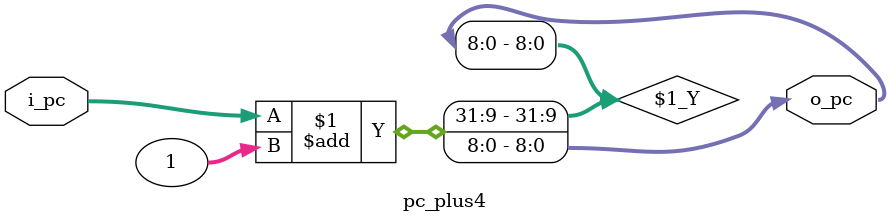
<source format=v>
`timescale 1ns / 1ps
module pc_plus4(
	input wire [8:0] i_pc,
	output wire [8:0] o_pc
    );
	assign o_pc[8:0] = i_pc[8:0]+1;
endmodule

</source>
